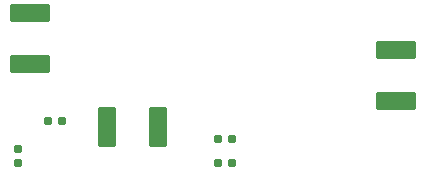
<source format=gbr>
%TF.GenerationSoftware,KiCad,Pcbnew,9.0.6*%
%TF.CreationDate,2025-12-28T16:01:46+05:30*%
%TF.ProjectId,Temp,54656d70-2e6b-4696-9361-645f70636258,rev?*%
%TF.SameCoordinates,Original*%
%TF.FileFunction,Paste,Top*%
%TF.FilePolarity,Positive*%
%FSLAX46Y46*%
G04 Gerber Fmt 4.6, Leading zero omitted, Abs format (unit mm)*
G04 Created by KiCad (PCBNEW 9.0.6) date 2025-12-28 16:01:46*
%MOMM*%
%LPD*%
G01*
G04 APERTURE LIST*
G04 Aperture macros list*
%AMRoundRect*
0 Rectangle with rounded corners*
0 $1 Rounding radius*
0 $2 $3 $4 $5 $6 $7 $8 $9 X,Y pos of 4 corners*
0 Add a 4 corners polygon primitive as box body*
4,1,4,$2,$3,$4,$5,$6,$7,$8,$9,$2,$3,0*
0 Add four circle primitives for the rounded corners*
1,1,$1+$1,$2,$3*
1,1,$1+$1,$4,$5*
1,1,$1+$1,$6,$7*
1,1,$1+$1,$8,$9*
0 Add four rect primitives between the rounded corners*
20,1,$1+$1,$2,$3,$4,$5,0*
20,1,$1+$1,$4,$5,$6,$7,0*
20,1,$1+$1,$6,$7,$8,$9,0*
20,1,$1+$1,$8,$9,$2,$3,0*%
G04 Aperture macros list end*
%ADD10RoundRect,0.160000X-0.160000X0.197500X-0.160000X-0.197500X0.160000X-0.197500X0.160000X0.197500X0*%
%ADD11RoundRect,0.250000X1.450000X-0.537500X1.450000X0.537500X-1.450000X0.537500X-1.450000X-0.537500X0*%
%ADD12RoundRect,0.250000X-1.450000X0.537500X-1.450000X-0.537500X1.450000X-0.537500X1.450000X0.537500X0*%
%ADD13RoundRect,0.160000X-0.197500X-0.160000X0.197500X-0.160000X0.197500X0.160000X-0.197500X0.160000X0*%
%ADD14RoundRect,0.250000X0.537500X1.450000X-0.537500X1.450000X-0.537500X-1.450000X0.537500X-1.450000X0*%
G04 APERTURE END LIST*
D10*
%TO.C,R1*%
X110000000Y-68305000D03*
X110000000Y-69500000D03*
%TD*%
D11*
%TO.C,R4*%
X111000000Y-61137500D03*
X111000000Y-56862500D03*
%TD*%
D12*
%TO.C,R7*%
X142000000Y-60000000D03*
X142000000Y-64275000D03*
%TD*%
D13*
%TO.C,R6*%
X126902500Y-69500000D03*
X128097500Y-69500000D03*
%TD*%
%TO.C,R2*%
X112500000Y-66000000D03*
X113695000Y-66000000D03*
%TD*%
D14*
%TO.C,R3*%
X121775000Y-66500000D03*
X117500000Y-66500000D03*
%TD*%
D13*
%TO.C,R5*%
X126902500Y-67510000D03*
X128097500Y-67510000D03*
%TD*%
M02*

</source>
